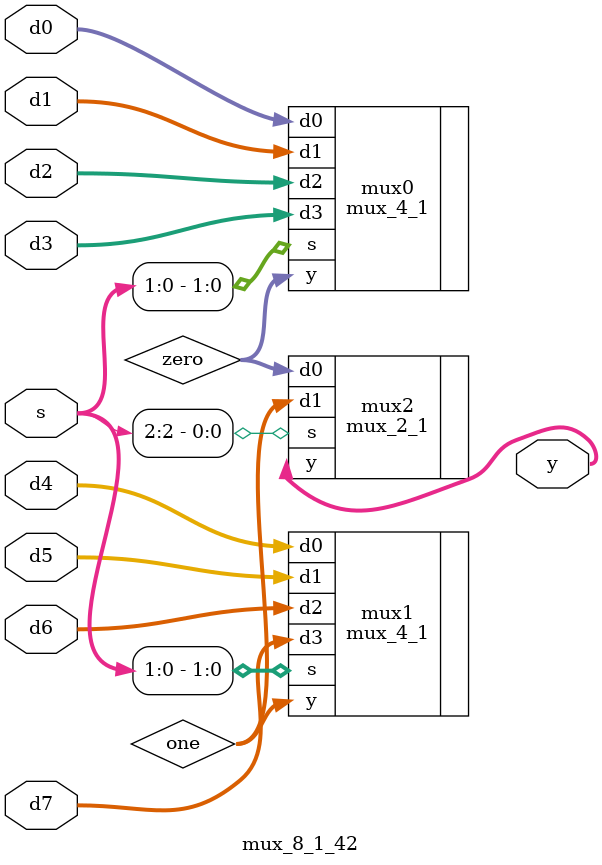
<source format=v>
module mux_8_1_42 (
	input  [2:0] s,
	input  [2:0] d0,
	input  [2:0] d1,
	input  [2:0] d2,
	input  [2:0] d3,
	input  [2:0] d4,
	input  [2:0] d5,
	input  [2:0] d6,
	input  [2:0] d7,
	output [2:0] y
);

wire [2:0] one; 
wire [2:0] zero;

mux_4_1 mux0(.s(s[1:0]), .d0(d0), .d1(d1), .d2(d2), .d3(d3), .y(zero));
mux_4_1 mux1(.s(s[1:0]), .d0(d4), .d1(d5), .d2(d6), .d3(d7), .y(one));
mux_2_1 mux2(.s(s[2]), .d0(zero), .d1(one), .y(y));

endmodule

</source>
